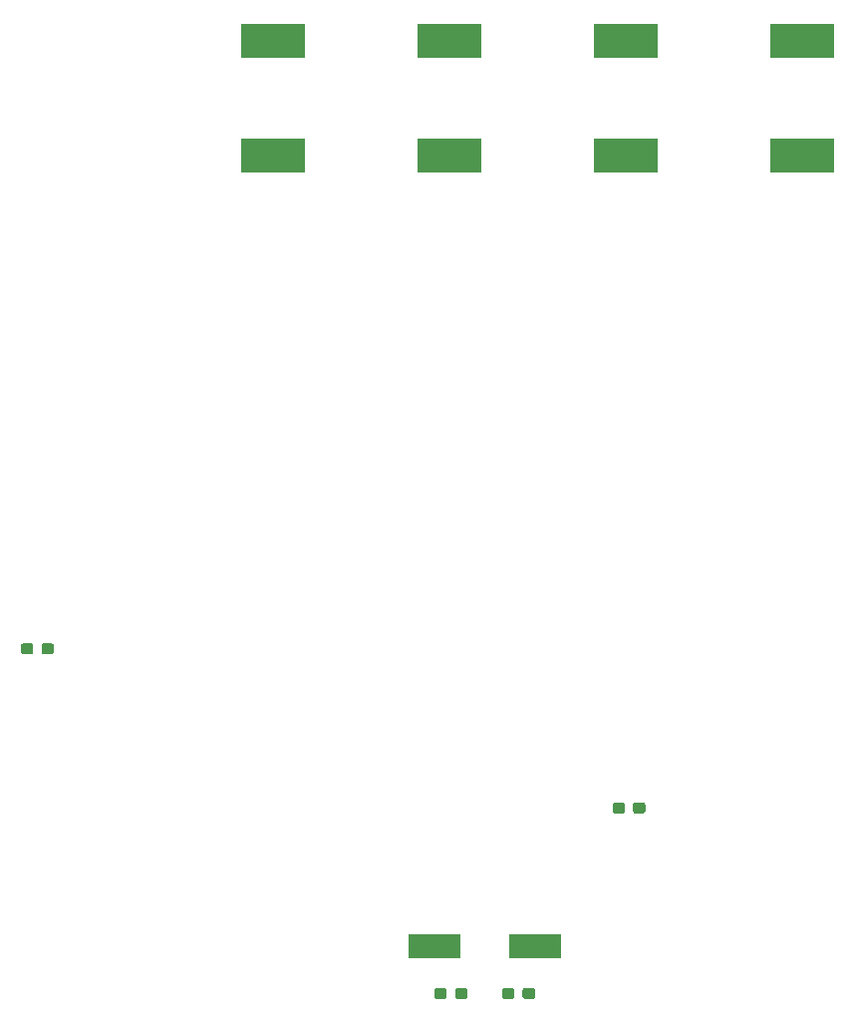
<source format=gtp>
G04 #@! TF.GenerationSoftware,KiCad,Pcbnew,(5.1.4)-1*
G04 #@! TF.CreationDate,2019-10-31T11:31:03+01:00*
G04 #@! TF.ProjectId,LED_Strahler,4c45445f-5374-4726-9168-6c65722e6b69,rev?*
G04 #@! TF.SameCoordinates,Original*
G04 #@! TF.FileFunction,Paste,Top*
G04 #@! TF.FilePolarity,Positive*
%FSLAX46Y46*%
G04 Gerber Fmt 4.6, Leading zero omitted, Abs format (unit mm)*
G04 Created by KiCad (PCBNEW (5.1.4)-1) date 2019-10-31 11:31:03*
%MOMM*%
%LPD*%
G04 APERTURE LIST*
%ADD10R,4.500000X2.000000*%
%ADD11C,0.100000*%
%ADD12C,0.950000*%
%ADD13R,5.400000X2.900000*%
G04 APERTURE END LIST*
D10*
X152250000Y-134000000D03*
X143750000Y-134000000D03*
D11*
G36*
X150310779Y-137526144D02*
G01*
X150333834Y-137529563D01*
X150356443Y-137535227D01*
X150378387Y-137543079D01*
X150399457Y-137553044D01*
X150419448Y-137565026D01*
X150438168Y-137578910D01*
X150455438Y-137594562D01*
X150471090Y-137611832D01*
X150484974Y-137630552D01*
X150496956Y-137650543D01*
X150506921Y-137671613D01*
X150514773Y-137693557D01*
X150520437Y-137716166D01*
X150523856Y-137739221D01*
X150525000Y-137762500D01*
X150525000Y-138237500D01*
X150523856Y-138260779D01*
X150520437Y-138283834D01*
X150514773Y-138306443D01*
X150506921Y-138328387D01*
X150496956Y-138349457D01*
X150484974Y-138369448D01*
X150471090Y-138388168D01*
X150455438Y-138405438D01*
X150438168Y-138421090D01*
X150419448Y-138434974D01*
X150399457Y-138446956D01*
X150378387Y-138456921D01*
X150356443Y-138464773D01*
X150333834Y-138470437D01*
X150310779Y-138473856D01*
X150287500Y-138475000D01*
X149712500Y-138475000D01*
X149689221Y-138473856D01*
X149666166Y-138470437D01*
X149643557Y-138464773D01*
X149621613Y-138456921D01*
X149600543Y-138446956D01*
X149580552Y-138434974D01*
X149561832Y-138421090D01*
X149544562Y-138405438D01*
X149528910Y-138388168D01*
X149515026Y-138369448D01*
X149503044Y-138349457D01*
X149493079Y-138328387D01*
X149485227Y-138306443D01*
X149479563Y-138283834D01*
X149476144Y-138260779D01*
X149475000Y-138237500D01*
X149475000Y-137762500D01*
X149476144Y-137739221D01*
X149479563Y-137716166D01*
X149485227Y-137693557D01*
X149493079Y-137671613D01*
X149503044Y-137650543D01*
X149515026Y-137630552D01*
X149528910Y-137611832D01*
X149544562Y-137594562D01*
X149561832Y-137578910D01*
X149580552Y-137565026D01*
X149600543Y-137553044D01*
X149621613Y-137543079D01*
X149643557Y-137535227D01*
X149666166Y-137529563D01*
X149689221Y-137526144D01*
X149712500Y-137525000D01*
X150287500Y-137525000D01*
X150310779Y-137526144D01*
X150310779Y-137526144D01*
G37*
D12*
X150000000Y-138000000D03*
D11*
G36*
X152060779Y-137526144D02*
G01*
X152083834Y-137529563D01*
X152106443Y-137535227D01*
X152128387Y-137543079D01*
X152149457Y-137553044D01*
X152169448Y-137565026D01*
X152188168Y-137578910D01*
X152205438Y-137594562D01*
X152221090Y-137611832D01*
X152234974Y-137630552D01*
X152246956Y-137650543D01*
X152256921Y-137671613D01*
X152264773Y-137693557D01*
X152270437Y-137716166D01*
X152273856Y-137739221D01*
X152275000Y-137762500D01*
X152275000Y-138237500D01*
X152273856Y-138260779D01*
X152270437Y-138283834D01*
X152264773Y-138306443D01*
X152256921Y-138328387D01*
X152246956Y-138349457D01*
X152234974Y-138369448D01*
X152221090Y-138388168D01*
X152205438Y-138405438D01*
X152188168Y-138421090D01*
X152169448Y-138434974D01*
X152149457Y-138446956D01*
X152128387Y-138456921D01*
X152106443Y-138464773D01*
X152083834Y-138470437D01*
X152060779Y-138473856D01*
X152037500Y-138475000D01*
X151462500Y-138475000D01*
X151439221Y-138473856D01*
X151416166Y-138470437D01*
X151393557Y-138464773D01*
X151371613Y-138456921D01*
X151350543Y-138446956D01*
X151330552Y-138434974D01*
X151311832Y-138421090D01*
X151294562Y-138405438D01*
X151278910Y-138388168D01*
X151265026Y-138369448D01*
X151253044Y-138349457D01*
X151243079Y-138328387D01*
X151235227Y-138306443D01*
X151229563Y-138283834D01*
X151226144Y-138260779D01*
X151225000Y-138237500D01*
X151225000Y-137762500D01*
X151226144Y-137739221D01*
X151229563Y-137716166D01*
X151235227Y-137693557D01*
X151243079Y-137671613D01*
X151253044Y-137650543D01*
X151265026Y-137630552D01*
X151278910Y-137611832D01*
X151294562Y-137594562D01*
X151311832Y-137578910D01*
X151330552Y-137565026D01*
X151350543Y-137553044D01*
X151371613Y-137543079D01*
X151393557Y-137535227D01*
X151416166Y-137529563D01*
X151439221Y-137526144D01*
X151462500Y-137525000D01*
X152037500Y-137525000D01*
X152060779Y-137526144D01*
X152060779Y-137526144D01*
G37*
D12*
X151750000Y-138000000D03*
D11*
G36*
X144560779Y-137526144D02*
G01*
X144583834Y-137529563D01*
X144606443Y-137535227D01*
X144628387Y-137543079D01*
X144649457Y-137553044D01*
X144669448Y-137565026D01*
X144688168Y-137578910D01*
X144705438Y-137594562D01*
X144721090Y-137611832D01*
X144734974Y-137630552D01*
X144746956Y-137650543D01*
X144756921Y-137671613D01*
X144764773Y-137693557D01*
X144770437Y-137716166D01*
X144773856Y-137739221D01*
X144775000Y-137762500D01*
X144775000Y-138237500D01*
X144773856Y-138260779D01*
X144770437Y-138283834D01*
X144764773Y-138306443D01*
X144756921Y-138328387D01*
X144746956Y-138349457D01*
X144734974Y-138369448D01*
X144721090Y-138388168D01*
X144705438Y-138405438D01*
X144688168Y-138421090D01*
X144669448Y-138434974D01*
X144649457Y-138446956D01*
X144628387Y-138456921D01*
X144606443Y-138464773D01*
X144583834Y-138470437D01*
X144560779Y-138473856D01*
X144537500Y-138475000D01*
X143962500Y-138475000D01*
X143939221Y-138473856D01*
X143916166Y-138470437D01*
X143893557Y-138464773D01*
X143871613Y-138456921D01*
X143850543Y-138446956D01*
X143830552Y-138434974D01*
X143811832Y-138421090D01*
X143794562Y-138405438D01*
X143778910Y-138388168D01*
X143765026Y-138369448D01*
X143753044Y-138349457D01*
X143743079Y-138328387D01*
X143735227Y-138306443D01*
X143729563Y-138283834D01*
X143726144Y-138260779D01*
X143725000Y-138237500D01*
X143725000Y-137762500D01*
X143726144Y-137739221D01*
X143729563Y-137716166D01*
X143735227Y-137693557D01*
X143743079Y-137671613D01*
X143753044Y-137650543D01*
X143765026Y-137630552D01*
X143778910Y-137611832D01*
X143794562Y-137594562D01*
X143811832Y-137578910D01*
X143830552Y-137565026D01*
X143850543Y-137553044D01*
X143871613Y-137543079D01*
X143893557Y-137535227D01*
X143916166Y-137529563D01*
X143939221Y-137526144D01*
X143962500Y-137525000D01*
X144537500Y-137525000D01*
X144560779Y-137526144D01*
X144560779Y-137526144D01*
G37*
D12*
X144250000Y-138000000D03*
D11*
G36*
X146310779Y-137526144D02*
G01*
X146333834Y-137529563D01*
X146356443Y-137535227D01*
X146378387Y-137543079D01*
X146399457Y-137553044D01*
X146419448Y-137565026D01*
X146438168Y-137578910D01*
X146455438Y-137594562D01*
X146471090Y-137611832D01*
X146484974Y-137630552D01*
X146496956Y-137650543D01*
X146506921Y-137671613D01*
X146514773Y-137693557D01*
X146520437Y-137716166D01*
X146523856Y-137739221D01*
X146525000Y-137762500D01*
X146525000Y-138237500D01*
X146523856Y-138260779D01*
X146520437Y-138283834D01*
X146514773Y-138306443D01*
X146506921Y-138328387D01*
X146496956Y-138349457D01*
X146484974Y-138369448D01*
X146471090Y-138388168D01*
X146455438Y-138405438D01*
X146438168Y-138421090D01*
X146419448Y-138434974D01*
X146399457Y-138446956D01*
X146378387Y-138456921D01*
X146356443Y-138464773D01*
X146333834Y-138470437D01*
X146310779Y-138473856D01*
X146287500Y-138475000D01*
X145712500Y-138475000D01*
X145689221Y-138473856D01*
X145666166Y-138470437D01*
X145643557Y-138464773D01*
X145621613Y-138456921D01*
X145600543Y-138446956D01*
X145580552Y-138434974D01*
X145561832Y-138421090D01*
X145544562Y-138405438D01*
X145528910Y-138388168D01*
X145515026Y-138369448D01*
X145503044Y-138349457D01*
X145493079Y-138328387D01*
X145485227Y-138306443D01*
X145479563Y-138283834D01*
X145476144Y-138260779D01*
X145475000Y-138237500D01*
X145475000Y-137762500D01*
X145476144Y-137739221D01*
X145479563Y-137716166D01*
X145485227Y-137693557D01*
X145493079Y-137671613D01*
X145503044Y-137650543D01*
X145515026Y-137630552D01*
X145528910Y-137611832D01*
X145544562Y-137594562D01*
X145561832Y-137578910D01*
X145580552Y-137565026D01*
X145600543Y-137553044D01*
X145621613Y-137543079D01*
X145643557Y-137535227D01*
X145666166Y-137529563D01*
X145689221Y-137526144D01*
X145712500Y-137525000D01*
X146287500Y-137525000D01*
X146310779Y-137526144D01*
X146310779Y-137526144D01*
G37*
D12*
X146000000Y-138000000D03*
D11*
G36*
X161435779Y-121776144D02*
G01*
X161458834Y-121779563D01*
X161481443Y-121785227D01*
X161503387Y-121793079D01*
X161524457Y-121803044D01*
X161544448Y-121815026D01*
X161563168Y-121828910D01*
X161580438Y-121844562D01*
X161596090Y-121861832D01*
X161609974Y-121880552D01*
X161621956Y-121900543D01*
X161631921Y-121921613D01*
X161639773Y-121943557D01*
X161645437Y-121966166D01*
X161648856Y-121989221D01*
X161650000Y-122012500D01*
X161650000Y-122487500D01*
X161648856Y-122510779D01*
X161645437Y-122533834D01*
X161639773Y-122556443D01*
X161631921Y-122578387D01*
X161621956Y-122599457D01*
X161609974Y-122619448D01*
X161596090Y-122638168D01*
X161580438Y-122655438D01*
X161563168Y-122671090D01*
X161544448Y-122684974D01*
X161524457Y-122696956D01*
X161503387Y-122706921D01*
X161481443Y-122714773D01*
X161458834Y-122720437D01*
X161435779Y-122723856D01*
X161412500Y-122725000D01*
X160837500Y-122725000D01*
X160814221Y-122723856D01*
X160791166Y-122720437D01*
X160768557Y-122714773D01*
X160746613Y-122706921D01*
X160725543Y-122696956D01*
X160705552Y-122684974D01*
X160686832Y-122671090D01*
X160669562Y-122655438D01*
X160653910Y-122638168D01*
X160640026Y-122619448D01*
X160628044Y-122599457D01*
X160618079Y-122578387D01*
X160610227Y-122556443D01*
X160604563Y-122533834D01*
X160601144Y-122510779D01*
X160600000Y-122487500D01*
X160600000Y-122012500D01*
X160601144Y-121989221D01*
X160604563Y-121966166D01*
X160610227Y-121943557D01*
X160618079Y-121921613D01*
X160628044Y-121900543D01*
X160640026Y-121880552D01*
X160653910Y-121861832D01*
X160669562Y-121844562D01*
X160686832Y-121828910D01*
X160705552Y-121815026D01*
X160725543Y-121803044D01*
X160746613Y-121793079D01*
X160768557Y-121785227D01*
X160791166Y-121779563D01*
X160814221Y-121776144D01*
X160837500Y-121775000D01*
X161412500Y-121775000D01*
X161435779Y-121776144D01*
X161435779Y-121776144D01*
G37*
D12*
X161125000Y-122250000D03*
D11*
G36*
X159685779Y-121776144D02*
G01*
X159708834Y-121779563D01*
X159731443Y-121785227D01*
X159753387Y-121793079D01*
X159774457Y-121803044D01*
X159794448Y-121815026D01*
X159813168Y-121828910D01*
X159830438Y-121844562D01*
X159846090Y-121861832D01*
X159859974Y-121880552D01*
X159871956Y-121900543D01*
X159881921Y-121921613D01*
X159889773Y-121943557D01*
X159895437Y-121966166D01*
X159898856Y-121989221D01*
X159900000Y-122012500D01*
X159900000Y-122487500D01*
X159898856Y-122510779D01*
X159895437Y-122533834D01*
X159889773Y-122556443D01*
X159881921Y-122578387D01*
X159871956Y-122599457D01*
X159859974Y-122619448D01*
X159846090Y-122638168D01*
X159830438Y-122655438D01*
X159813168Y-122671090D01*
X159794448Y-122684974D01*
X159774457Y-122696956D01*
X159753387Y-122706921D01*
X159731443Y-122714773D01*
X159708834Y-122720437D01*
X159685779Y-122723856D01*
X159662500Y-122725000D01*
X159087500Y-122725000D01*
X159064221Y-122723856D01*
X159041166Y-122720437D01*
X159018557Y-122714773D01*
X158996613Y-122706921D01*
X158975543Y-122696956D01*
X158955552Y-122684974D01*
X158936832Y-122671090D01*
X158919562Y-122655438D01*
X158903910Y-122638168D01*
X158890026Y-122619448D01*
X158878044Y-122599457D01*
X158868079Y-122578387D01*
X158860227Y-122556443D01*
X158854563Y-122533834D01*
X158851144Y-122510779D01*
X158850000Y-122487500D01*
X158850000Y-122012500D01*
X158851144Y-121989221D01*
X158854563Y-121966166D01*
X158860227Y-121943557D01*
X158868079Y-121921613D01*
X158878044Y-121900543D01*
X158890026Y-121880552D01*
X158903910Y-121861832D01*
X158919562Y-121844562D01*
X158936832Y-121828910D01*
X158955552Y-121815026D01*
X158975543Y-121803044D01*
X158996613Y-121793079D01*
X159018557Y-121785227D01*
X159041166Y-121779563D01*
X159064221Y-121776144D01*
X159087500Y-121775000D01*
X159662500Y-121775000D01*
X159685779Y-121776144D01*
X159685779Y-121776144D01*
G37*
D12*
X159375000Y-122250000D03*
D13*
X175000000Y-66850000D03*
X175000000Y-57150000D03*
X160000000Y-66850000D03*
X160000000Y-57150000D03*
X145000000Y-66850000D03*
X145000000Y-57150000D03*
X130000000Y-66850000D03*
X130000000Y-57150000D03*
D11*
G36*
X111185779Y-108276144D02*
G01*
X111208834Y-108279563D01*
X111231443Y-108285227D01*
X111253387Y-108293079D01*
X111274457Y-108303044D01*
X111294448Y-108315026D01*
X111313168Y-108328910D01*
X111330438Y-108344562D01*
X111346090Y-108361832D01*
X111359974Y-108380552D01*
X111371956Y-108400543D01*
X111381921Y-108421613D01*
X111389773Y-108443557D01*
X111395437Y-108466166D01*
X111398856Y-108489221D01*
X111400000Y-108512500D01*
X111400000Y-108987500D01*
X111398856Y-109010779D01*
X111395437Y-109033834D01*
X111389773Y-109056443D01*
X111381921Y-109078387D01*
X111371956Y-109099457D01*
X111359974Y-109119448D01*
X111346090Y-109138168D01*
X111330438Y-109155438D01*
X111313168Y-109171090D01*
X111294448Y-109184974D01*
X111274457Y-109196956D01*
X111253387Y-109206921D01*
X111231443Y-109214773D01*
X111208834Y-109220437D01*
X111185779Y-109223856D01*
X111162500Y-109225000D01*
X110587500Y-109225000D01*
X110564221Y-109223856D01*
X110541166Y-109220437D01*
X110518557Y-109214773D01*
X110496613Y-109206921D01*
X110475543Y-109196956D01*
X110455552Y-109184974D01*
X110436832Y-109171090D01*
X110419562Y-109155438D01*
X110403910Y-109138168D01*
X110390026Y-109119448D01*
X110378044Y-109099457D01*
X110368079Y-109078387D01*
X110360227Y-109056443D01*
X110354563Y-109033834D01*
X110351144Y-109010779D01*
X110350000Y-108987500D01*
X110350000Y-108512500D01*
X110351144Y-108489221D01*
X110354563Y-108466166D01*
X110360227Y-108443557D01*
X110368079Y-108421613D01*
X110378044Y-108400543D01*
X110390026Y-108380552D01*
X110403910Y-108361832D01*
X110419562Y-108344562D01*
X110436832Y-108328910D01*
X110455552Y-108315026D01*
X110475543Y-108303044D01*
X110496613Y-108293079D01*
X110518557Y-108285227D01*
X110541166Y-108279563D01*
X110564221Y-108276144D01*
X110587500Y-108275000D01*
X111162500Y-108275000D01*
X111185779Y-108276144D01*
X111185779Y-108276144D01*
G37*
D12*
X110875000Y-108750000D03*
D11*
G36*
X109435779Y-108276144D02*
G01*
X109458834Y-108279563D01*
X109481443Y-108285227D01*
X109503387Y-108293079D01*
X109524457Y-108303044D01*
X109544448Y-108315026D01*
X109563168Y-108328910D01*
X109580438Y-108344562D01*
X109596090Y-108361832D01*
X109609974Y-108380552D01*
X109621956Y-108400543D01*
X109631921Y-108421613D01*
X109639773Y-108443557D01*
X109645437Y-108466166D01*
X109648856Y-108489221D01*
X109650000Y-108512500D01*
X109650000Y-108987500D01*
X109648856Y-109010779D01*
X109645437Y-109033834D01*
X109639773Y-109056443D01*
X109631921Y-109078387D01*
X109621956Y-109099457D01*
X109609974Y-109119448D01*
X109596090Y-109138168D01*
X109580438Y-109155438D01*
X109563168Y-109171090D01*
X109544448Y-109184974D01*
X109524457Y-109196956D01*
X109503387Y-109206921D01*
X109481443Y-109214773D01*
X109458834Y-109220437D01*
X109435779Y-109223856D01*
X109412500Y-109225000D01*
X108837500Y-109225000D01*
X108814221Y-109223856D01*
X108791166Y-109220437D01*
X108768557Y-109214773D01*
X108746613Y-109206921D01*
X108725543Y-109196956D01*
X108705552Y-109184974D01*
X108686832Y-109171090D01*
X108669562Y-109155438D01*
X108653910Y-109138168D01*
X108640026Y-109119448D01*
X108628044Y-109099457D01*
X108618079Y-109078387D01*
X108610227Y-109056443D01*
X108604563Y-109033834D01*
X108601144Y-109010779D01*
X108600000Y-108987500D01*
X108600000Y-108512500D01*
X108601144Y-108489221D01*
X108604563Y-108466166D01*
X108610227Y-108443557D01*
X108618079Y-108421613D01*
X108628044Y-108400543D01*
X108640026Y-108380552D01*
X108653910Y-108361832D01*
X108669562Y-108344562D01*
X108686832Y-108328910D01*
X108705552Y-108315026D01*
X108725543Y-108303044D01*
X108746613Y-108293079D01*
X108768557Y-108285227D01*
X108791166Y-108279563D01*
X108814221Y-108276144D01*
X108837500Y-108275000D01*
X109412500Y-108275000D01*
X109435779Y-108276144D01*
X109435779Y-108276144D01*
G37*
D12*
X109125000Y-108750000D03*
M02*

</source>
